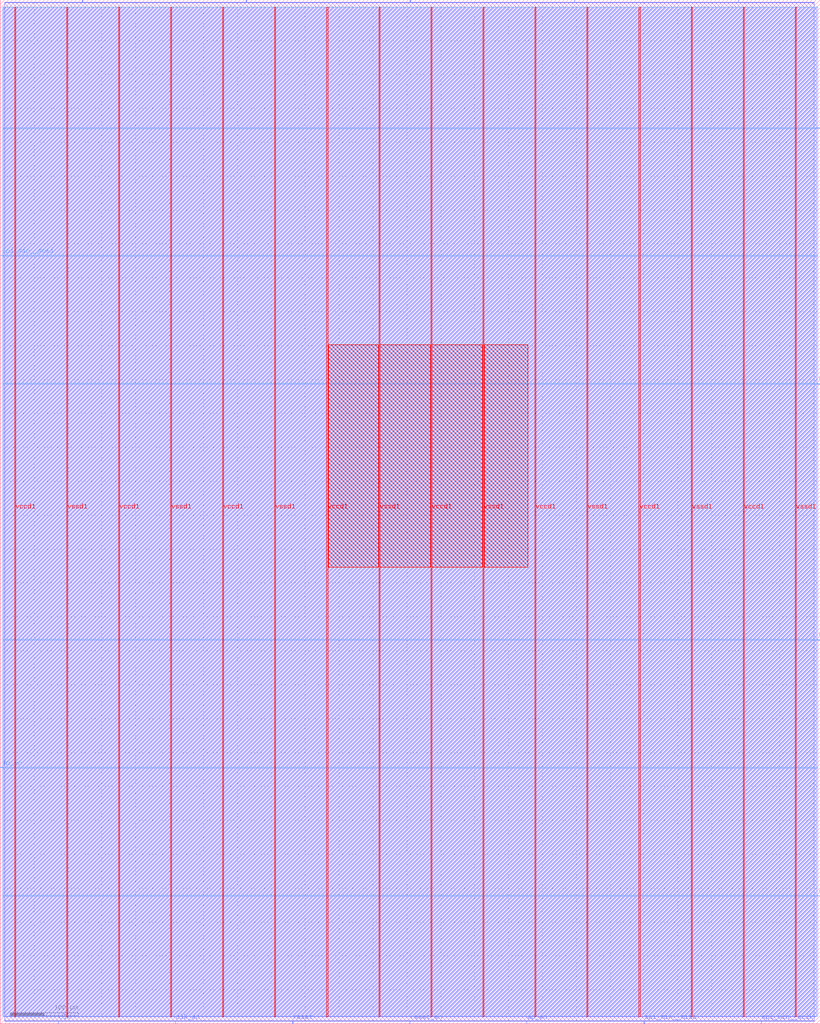
<source format=lef>
VERSION 5.7 ;
  NOWIREEXTENSIONATPIN ON ;
  DIVIDERCHAR "/" ;
  BUSBITCHARS "[]" ;
MACRO grp_99_SPI_TapeOutBlockRTL_32bits_5entries
  CLASS BLOCK ;
  FOREIGN grp_99_SPI_TapeOutBlockRTL_32bits_5entries ;
  ORIGIN 0.000 0.000 ;
  SIZE 1210.000 BY 1510.000 ;
  PIN adapter_parity
    DIRECTION OUTPUT TRISTATE ;
    USE SIGNAL ;
    PORT
      LAYER met2 ;
        RECT 604.990 1506.000 605.270 1510.000 ;
    END
  END adapter_parity
  PIN ap_en
    DIRECTION OUTPUT TRISTATE ;
    USE SIGNAL ;
    PORT
      LAYER met2 ;
        RECT 777.030 0.000 777.310 4.000 ;
    END
  END ap_en
  PIN clk
    DIRECTION INPUT ;
    USE SIGNAL ;
    PORT
      LAYER met2 ;
        RECT 86.110 0.000 86.390 4.000 ;
    END
  END clk
  PIN clk_en
    DIRECTION OUTPUT TRISTATE ;
    USE SIGNAL ;
    PORT
      LAYER met2 ;
        RECT 258.610 0.000 258.890 4.000 ;
    END
  END clk_en
  PIN cs_en
    DIRECTION OUTPUT TRISTATE ;
    USE SIGNAL ;
    PORT
      LAYER met3 ;
        RECT 1206.000 188.400 1210.000 189.000 ;
    END
  END cs_en
  PIN loopthrough_sel
    DIRECTION INPUT ;
    USE SIGNAL ;
    PORT
      LAYER met2 ;
        RECT 121.070 1506.000 121.350 1510.000 ;
    END
  END loopthrough_sel
  PIN lt_sel_en
    DIRECTION OUTPUT TRISTATE ;
    USE SIGNAL ;
    PORT
      LAYER met2 ;
        RECT 846.950 1506.000 847.230 1510.000 ;
    END
  END lt_sel_en
  PIN minion_parity
    DIRECTION OUTPUT TRISTATE ;
    USE SIGNAL ;
    PORT
      LAYER met2 ;
        RECT 363.030 1506.000 363.310 1510.000 ;
    END
  END minion_parity
  PIN miso_en
    DIRECTION OUTPUT TRISTATE ;
    USE SIGNAL ;
    PORT
      LAYER met3 ;
        RECT 1206.000 565.800 1210.000 566.400 ;
    END
  END miso_en
  PIN mosi_en
    DIRECTION OUTPUT TRISTATE ;
    USE SIGNAL ;
    PORT
      LAYER met3 ;
        RECT 1206.000 943.200 1210.000 943.800 ;
    END
  END mosi_en
  PIN mp_en
    DIRECTION OUTPUT TRISTATE ;
    USE SIGNAL ;
    PORT
      LAYER met3 ;
        RECT 0.000 377.440 4.000 378.040 ;
    END
  END mp_en
  PIN reset
    DIRECTION INPUT ;
    USE SIGNAL ;
    PORT
      LAYER met2 ;
        RECT 431.570 0.000 431.850 4.000 ;
    END
  END reset
  PIN reset_en
    DIRECTION OUTPUT TRISTATE ;
    USE SIGNAL ;
    PORT
      LAYER met2 ;
        RECT 604.530 0.000 604.810 4.000 ;
    END
  END reset_en
  PIN sclk_en
    DIRECTION OUTPUT TRISTATE ;
    USE SIGNAL ;
    PORT
      LAYER met3 ;
        RECT 1206.000 1320.600 1210.000 1321.200 ;
    END
  END sclk_en
  PIN spi_min__cs
    DIRECTION INPUT ;
    USE SIGNAL ;
    PORT
      LAYER met2 ;
        RECT 1088.910 1506.000 1089.190 1510.000 ;
    END
  END spi_min__cs
  PIN spi_min__miso
    DIRECTION OUTPUT TRISTATE ;
    USE SIGNAL ;
    PORT
      LAYER met2 ;
        RECT 949.990 0.000 950.270 4.000 ;
    END
  END spi_min__miso
  PIN spi_min__mosi
    DIRECTION INPUT ;
    USE SIGNAL ;
    PORT
      LAYER met3 ;
        RECT 0.000 1132.240 4.000 1132.840 ;
    END
  END spi_min__mosi
  PIN spi_min__sclk
    DIRECTION INPUT ;
    USE SIGNAL ;
    PORT
      LAYER met2 ;
        RECT 1122.950 0.000 1123.230 4.000 ;
    END
  END spi_min__sclk
  PIN vccd1
    DIRECTION INPUT ;
    USE POWER ;
    PORT
      LAYER met4 ;
        RECT 21.040 10.640 22.640 1498.960 ;
    END
    PORT
      LAYER met4 ;
        RECT 174.640 10.640 176.240 1498.960 ;
    END
    PORT
      LAYER met4 ;
        RECT 328.240 10.640 329.840 1498.960 ;
    END
    PORT
      LAYER met4 ;
        RECT 481.840 10.640 483.440 1498.960 ;
    END
    PORT
      LAYER met4 ;
        RECT 635.440 10.640 637.040 1498.960 ;
    END
    PORT
      LAYER met4 ;
        RECT 789.040 10.640 790.640 1498.960 ;
    END
    PORT
      LAYER met4 ;
        RECT 942.640 10.640 944.240 1498.960 ;
    END
    PORT
      LAYER met4 ;
        RECT 1096.240 10.640 1097.840 1498.960 ;
    END
  END vccd1
  PIN vssd1
    DIRECTION INPUT ;
    USE GROUND ;
    PORT
      LAYER met4 ;
        RECT 97.840 10.640 99.440 1498.960 ;
    END
    PORT
      LAYER met4 ;
        RECT 251.440 10.640 253.040 1498.960 ;
    END
    PORT
      LAYER met4 ;
        RECT 405.040 10.640 406.640 1498.960 ;
    END
    PORT
      LAYER met4 ;
        RECT 558.640 10.640 560.240 1498.960 ;
    END
    PORT
      LAYER met4 ;
        RECT 712.240 10.640 713.840 1498.960 ;
    END
    PORT
      LAYER met4 ;
        RECT 865.840 10.640 867.440 1498.960 ;
    END
    PORT
      LAYER met4 ;
        RECT 1019.440 10.640 1021.040 1498.960 ;
    END
    PORT
      LAYER met4 ;
        RECT 1173.040 10.640 1174.640 1498.960 ;
    END
  END vssd1
  OBS
      LAYER li1 ;
        RECT 5.520 10.795 1204.280 1498.805 ;
      LAYER met1 ;
        RECT 5.520 10.640 1204.280 1498.960 ;
      LAYER met2 ;
        RECT 6.990 1505.720 120.790 1506.610 ;
        RECT 121.630 1505.720 362.750 1506.610 ;
        RECT 363.590 1505.720 604.710 1506.610 ;
        RECT 605.550 1505.720 846.670 1506.610 ;
        RECT 847.510 1505.720 1088.630 1506.610 ;
        RECT 1089.470 1505.720 1200.970 1506.610 ;
        RECT 6.990 4.280 1200.970 1505.720 ;
        RECT 6.990 4.000 85.830 4.280 ;
        RECT 86.670 4.000 258.330 4.280 ;
        RECT 259.170 4.000 431.290 4.280 ;
        RECT 432.130 4.000 604.250 4.280 ;
        RECT 605.090 4.000 776.750 4.280 ;
        RECT 777.590 4.000 949.710 4.280 ;
        RECT 950.550 4.000 1122.670 4.280 ;
        RECT 1123.510 4.000 1200.970 4.280 ;
      LAYER met3 ;
        RECT 4.000 1321.600 1206.000 1498.885 ;
        RECT 4.000 1320.200 1205.600 1321.600 ;
        RECT 4.000 1133.240 1206.000 1320.200 ;
        RECT 4.400 1131.840 1206.000 1133.240 ;
        RECT 4.000 944.200 1206.000 1131.840 ;
        RECT 4.000 942.800 1205.600 944.200 ;
        RECT 4.000 566.800 1206.000 942.800 ;
        RECT 4.000 565.400 1205.600 566.800 ;
        RECT 4.000 378.440 1206.000 565.400 ;
        RECT 4.400 377.040 1206.000 378.440 ;
        RECT 4.000 189.400 1206.000 377.040 ;
        RECT 4.000 188.000 1205.600 189.400 ;
        RECT 4.000 10.715 1206.000 188.000 ;
      LAYER met4 ;
        RECT 484.215 673.375 558.240 1001.465 ;
        RECT 560.640 673.375 635.040 1001.465 ;
        RECT 637.440 673.375 711.840 1001.465 ;
        RECT 714.240 673.375 778.945 1001.465 ;
  END
END grp_99_SPI_TapeOutBlockRTL_32bits_5entries
END LIBRARY


</source>
